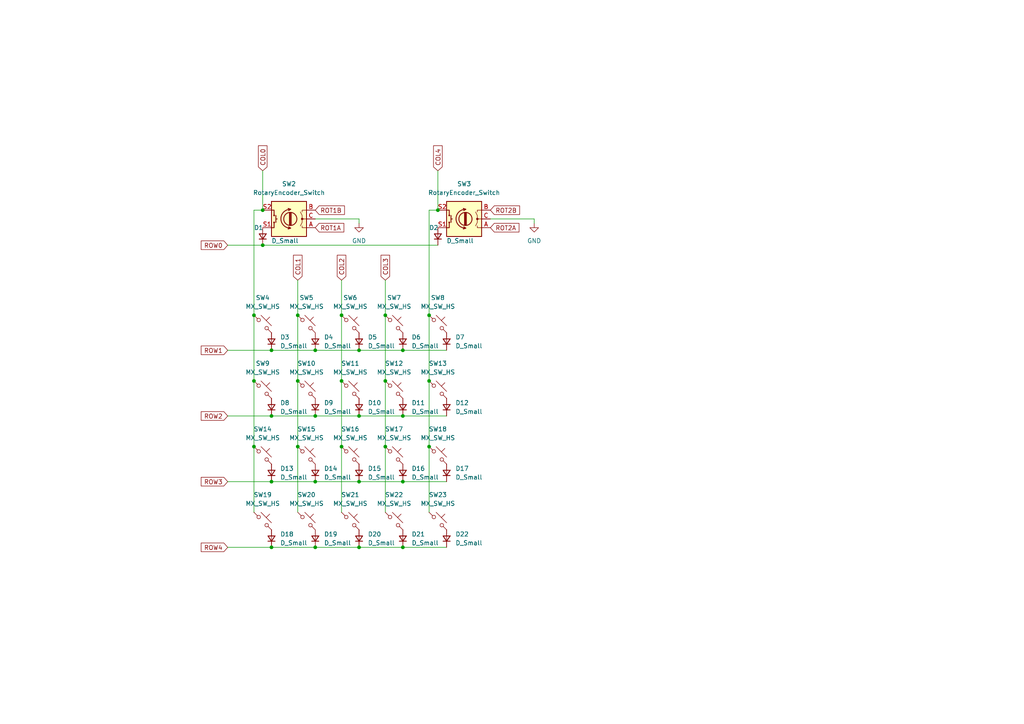
<source format=kicad_sch>
(kicad_sch (version 20211123) (generator eeschema)
  (paper "A4")
  (lib_symbols
    (symbol "Device:D_Small" (pin_numbers hide) (pin_names (offset 0.254) hide)
      (property "Reference" "D" (at -1.27 2.032 0))
      (property "Value" "D_Small" (at -3.81 -2.032 0))
      (symbol "D_Small_0_1"
        (polyline (pts (xy -0.762 -1.016) (xy -0.762 1.016)) (stroke (width 0.254)))
        (polyline (pts (xy -0.762 0) (xy 0.762 0)))
        (polyline (pts (xy 0.762 -1.016) (xy -0.762 0) (xy 0.762 1.016) (xy 0.762 -1.016)) (stroke (width 0.254)))
      )
      (symbol "D_Small_1_1"
        (pin passive line (at -2.54 0 0) (length 1.778) (name "K") (number "1"))
        (pin passive line (at 2.54 0 180) (length 1.778) (name "A") (number "2"))
      )
    )
    (symbol "Device:RotaryEncoder_Switch" (pin_names (offset 0.254) hide)
      (property "Reference" "SW" (at 0 6.604 0))
      (property "Value" "RotaryEncoder_Switch" (at 0 -6.604 0))
      (symbol "RotaryEncoder_Switch_0_1"
        (rectangle (start -5.08 5.08) (end 5.08 -5.08) (stroke (width 0.254)) (fill (type background)))
        (circle (center -3.81 0) (radius 0.254) (fill (type outline)))
        (arc (start -0.381 -2.794) (mid 2.3622 -0.0508) (end -0.381 2.667) (stroke (width 0.254)))
        (circle (center -0.381 0) (radius 1.905) (stroke (width 0.254)))
        (polyline (pts (xy -0.635 -1.778) (xy -0.635 1.778)) (stroke (width 0.254)))
        (polyline (pts (xy -0.381 -1.778) (xy -0.381 1.778)) (stroke (width 0.254)))
        (polyline (pts (xy -0.127 1.778) (xy -0.127 -1.778)) (stroke (width 0.254)))
        (polyline (pts (xy 3.81 0) (xy 3.429 0)) (stroke (width 0.254)))
        (polyline (pts (xy 3.81 1.016) (xy 3.81 -1.016)) (stroke (width 0.254)))
        (polyline (pts (xy -5.08 -2.54) (xy -3.81 -2.54) (xy -3.81 -2.032)))
        (polyline (pts (xy -5.08 2.54) (xy -3.81 2.54) (xy -3.81 2.032)))
        (polyline (pts (xy 0.254 -3.048) (xy -0.508 -2.794) (xy 0.127 -2.413)) (stroke (width 0.254)))
        (polyline (pts (xy 0.254 2.921) (xy -0.508 2.667) (xy 0.127 2.286)) (stroke (width 0.254)))
        (polyline (pts (xy 5.08 -2.54) (xy 4.318 -2.54) (xy 4.318 -1.016)) (stroke (width 0.254)))
        (polyline (pts (xy 5.08 2.54) (xy 4.318 2.54) (xy 4.318 1.016)) (stroke (width 0.254)))
        (polyline (pts (xy -5.08 0) (xy -3.81 0) (xy -3.81 -1.016) (xy -3.302 -2.032)))
        (polyline (pts (xy -4.318 0) (xy -3.81 0) (xy -3.81 1.016) (xy -3.302 2.032)))
        (circle (center 4.318 -1.016) (radius 0.127) (stroke (width 0.254)))
        (circle (center 4.318 1.016) (radius 0.127) (stroke (width 0.254)))
      )
      (symbol "RotaryEncoder_Switch_1_1"
        (pin passive line (at -7.62 2.54 0) (length 2.54) (name "A") (number "A"))
        (pin passive line (at -7.62 -2.54 0) (length 2.54) (name "B") (number "B"))
        (pin passive line (at -7.62 0 0) (length 2.54) (name "C") (number "C"))
        (pin passive line (at 7.62 2.54 180) (length 2.54) (name "S1") (number "S1"))
        (pin passive line (at 7.62 -2.54 180) (length 2.54) (name "S2") (number "S2"))
      )
    )
    (symbol "marbastlib-mx:MX_SW_HS" (pin_numbers hide) (pin_names (offset 1.016) hide)
      (property "Reference" "SW" (at 3.048 1.016 0))
      (property "Value" "MX_SW_HS" (at 0 -3.81 0))
      (symbol "MX_SW_HS_0_1"
        (circle (center -1.1684 1.1684) (radius 0.508))
        (polyline (pts (xy -0.508 2.54) (xy 2.54 -0.508)))
        (polyline (pts (xy 1.016 1.016) (xy 2.032 2.032)))
        (polyline (pts (xy -2.54 2.54) (xy -1.524 1.524) (xy -1.524 1.524)))
        (polyline (pts (xy 1.524 -1.524) (xy 2.54 -2.54) (xy 2.54 -2.54) (xy 2.54 -2.54)))
        (circle (center 1.143 -1.1938) (radius 0.508))
        (pin passive line (at -2.54 2.54 0) (length 0) (name "1") (number "1"))
        (pin passive line (at 2.54 -2.54 180) (length 0) (name "2") (number "2"))
      )
    )
    (symbol "power:GND" (power) (pin_names (offset 0))
      (property "Value" "GND" (at 0 -3.81 0))
      (symbol "GND_0_1"
        (polyline (pts (xy 0 0) (xy 0 -1.27) (xy 1.27 -1.27) (xy 0 -2.54) (xy -1.27 -1.27) (xy 0 -1.27)))
      )
      (symbol "GND_1_1"
        (pin power_in line (at 0 0 270) (length 0) hide (name "GND") (number "1"))
      )
    )
  )
  (junction (at 76.2 60.96))
  (junction (at 104.14 158.75))
  (junction (at 73.66 129.54))
  (junction (at 104.14 120.65))
  (junction (at 91.44 139.7))
  (junction (at 104.14 139.7))
  (junction (at 86.36 129.54))
  (junction (at 73.66 91.44))
  (junction (at 111.76 91.44))
  (junction (at 78.74 101.6))
  (junction (at 124.46 129.54))
  (junction (at 104.14 101.6))
  (junction (at 73.66 110.49))
  (junction (at 99.06 129.54))
  (junction (at 127 60.96))
  (junction (at 116.84 101.6))
  (junction (at 124.46 91.44))
  (junction (at 78.74 120.65))
  (junction (at 111.76 129.54))
  (junction (at 116.84 139.7))
  (junction (at 116.84 158.75))
  (junction (at 111.76 110.49))
  (junction (at 91.44 158.75))
  (junction (at 99.06 110.49))
  (junction (at 78.74 139.7))
  (junction (at 116.84 120.65))
  (junction (at 91.44 101.6))
  (junction (at 124.46 110.49))
  (junction (at 86.36 110.49))
  (junction (at 86.36 91.44))
  (junction (at 99.06 91.44))
  (junction (at 76.2 71.12))
  (junction (at 91.44 120.65))
  (junction (at 78.74 158.75))
  (wire (pts (xy 66.04 120.65) (xy 78.74 120.65)))
  (wire (pts (xy 142.24 63.5) (xy 154.94 63.5)))
  (wire (pts (xy 78.74 101.6) (xy 91.44 101.6)))
  (wire (pts (xy 124.46 110.49) (xy 124.46 129.54)))
  (wire (pts (xy 73.66 60.96) (xy 73.66 91.44)))
  (wire (pts (xy 91.44 63.5) (xy 104.14 63.5)))
  (wire (pts (xy 91.44 158.75) (xy 104.14 158.75)))
  (wire (pts (xy 104.14 63.5) (xy 104.14 64.77)))
  (wire (pts (xy 154.94 64.77) (xy 154.94 63.5)))
  (wire (pts (xy 76.2 60.96) (xy 73.66 60.96)))
  (wire (pts (xy 104.14 120.65) (xy 116.84 120.65)))
  (wire (pts (xy 73.66 91.44) (xy 73.66 110.49)))
  (wire (pts (xy 78.74 158.75) (xy 91.44 158.75)))
  (wire (pts (xy 78.74 139.7) (xy 91.44 139.7)))
  (wire (pts (xy 104.14 101.6) (xy 116.84 101.6)))
  (wire (pts (xy 73.66 110.49) (xy 73.66 129.54)))
  (wire (pts (xy 116.84 101.6) (xy 129.54 101.6)))
  (wire (pts (xy 104.14 158.75) (xy 116.84 158.75)))
  (wire (pts (xy 116.84 120.65) (xy 129.54 120.65)))
  (wire (pts (xy 124.46 91.44) (xy 124.46 110.49)))
  (wire (pts (xy 116.84 158.75) (xy 129.54 158.75)))
  (wire (pts (xy 66.04 158.75) (xy 78.74 158.75)))
  (wire (pts (xy 104.14 139.7) (xy 116.84 139.7)))
  (wire (pts (xy 76.2 71.12) (xy 127 71.12)))
  (wire (pts (xy 124.46 129.54) (xy 124.46 148.59)))
  (wire (pts (xy 99.06 129.54) (xy 99.06 148.59)))
  (wire (pts (xy 111.76 110.49) (xy 111.76 129.54)))
  (wire (pts (xy 86.36 110.49) (xy 86.36 129.54)))
  (wire (pts (xy 127 49.53) (xy 127 60.96)))
  (wire (pts (xy 73.66 129.54) (xy 73.66 148.59)))
  (wire (pts (xy 116.84 139.7) (xy 129.54 139.7)))
  (wire (pts (xy 99.06 110.49) (xy 99.06 129.54)))
  (wire (pts (xy 86.36 81.28) (xy 86.36 91.44)))
  (wire (pts (xy 127 60.96) (xy 124.46 60.96)))
  (wire (pts (xy 86.36 129.54) (xy 86.36 148.59)))
  (wire (pts (xy 66.04 71.12) (xy 76.2 71.12)))
  (wire (pts (xy 78.74 120.65) (xy 91.44 120.65)))
  (wire (pts (xy 91.44 139.7) (xy 104.14 139.7)))
  (wire (pts (xy 111.76 81.28) (xy 111.76 91.44)))
  (wire (pts (xy 91.44 101.6) (xy 104.14 101.6)))
  (wire (pts (xy 99.06 81.28) (xy 99.06 91.44)))
  (wire (pts (xy 91.44 120.65) (xy 104.14 120.65)))
  (wire (pts (xy 124.46 60.96) (xy 124.46 91.44)))
  (wire (pts (xy 66.04 139.7) (xy 78.74 139.7)))
  (wire (pts (xy 99.06 91.44) (xy 99.06 110.49)))
  (wire (pts (xy 76.2 49.53) (xy 76.2 60.96)))
  (wire (pts (xy 86.36 91.44) (xy 86.36 110.49)))
  (wire (pts (xy 111.76 129.54) (xy 111.76 148.59)))
  (wire (pts (xy 111.76 91.44) (xy 111.76 110.49)))
  (wire (pts (xy 66.04 101.6) (xy 78.74 101.6)))
  (global_label "ROW0" (shape input) (at 66.04 71.12 180) (property "Intersheet References" "${INTERSHEET_REFS}" (effects hide)))
  (global_label "ROT2B" (shape input) (at 142.24 60.96 0) (property "Intersheet References" "${INTERSHEET_REFS}" (effects hide)))
  (global_label "COL1" (shape input) (at 86.36 81.28 90) (property "Intersheet References" "${INTERSHEET_REFS}" (effects hide)))
  (global_label "COL2" (shape input) (at 99.06 81.28 90) (property "Intersheet References" "${INTERSHEET_REFS}" (effects hide)))
  (global_label "ROW3" (shape input) (at 66.04 139.7 180) (property "Intersheet References" "${INTERSHEET_REFS}" (effects hide)))
  (global_label "ROW4" (shape input) (at 66.04 158.75 180) (property "Intersheet References" "${INTERSHEET_REFS}" (effects hide)))
  (global_label "COL0" (shape input) (at 76.2 49.53 90) (property "Intersheet References" "${INTERSHEET_REFS}" (effects hide)))
  (global_label "ROW2" (shape input) (at 66.04 120.65 180) (property "Intersheet References" "${INTERSHEET_REFS}" (effects hide)))
  (global_label "COL3" (shape input) (at 111.76 81.28 90) (property "Intersheet References" "${INTERSHEET_REFS}" (effects hide)))
  (global_label "COL4" (shape input) (at 127 49.53 90) (property "Intersheet References" "${INTERSHEET_REFS}" (effects hide)))
  (global_label "ROT2A" (shape input) (at 142.24 66.04 0) (property "Intersheet References" "${INTERSHEET_REFS}" (effects hide)))
  (global_label "ROW1" (shape input) (at 66.04 101.6 180) (property "Intersheet References" "${INTERSHEET_REFS}" (effects hide)))
  (global_label "ROT1B" (shape input) (at 91.44 60.96 0) (property "Intersheet References" "${INTERSHEET_REFS}" (effects hide)))
  (global_label "ROT1A" (shape input) (at 91.44 66.04 0) (property "Intersheet References" "${INTERSHEET_REFS}" (effects hide)))
  (symbol (lib_id "marbastlib-mx:MX_SW_HS") (at 114.3 113.03 0) (unit 1)
    (property "Reference" "SW12" (at 114.3 105.41 0))
    (property "Value" "MX_SW_HS" (at 114.3 107.95 0))
    (property "Footprint" "masterlib-mx:SW_MX_HS_1u" (effects hide))
  )
  (symbol (lib_id "marbastlib-mx:MX_SW_HS") (at 127 113.03 0) (unit 1)
    (property "Reference" "SW13" (at 127 105.41 0))
    (property "Value" "MX_SW_HS" (at 127 107.95 0))
    (property "Footprint" "masterlib-mx:SW_MX_HS_1u" (effects hide))
  )
  (symbol (lib_id "marbastlib-mx:MX_SW_HS") (at 127 151.13 0) (unit 1)
    (property "Reference" "SW23" (at 127 143.51 0))
    (property "Value" "MX_SW_HS" (at 127 146.05 0))
    (property "Footprint" "masterlib-mx:SW_MX_HS_1u" (effects hide))
  )
  (symbol (lib_id "Device:D_Small") (at 129.54 118.11 90) (unit 1)
    (property "Reference" "D12" (at 132.08 116.8399 90) (effects (justify right)))
    (property "Value" "D_Small" (at 132.08 119.3799 90) (effects (justify right)))
    (property "Footprint" "Diode_SMD:D_SOD-123" (effects hide))
    (property "LCSC" "C81598" (effects hide))
  )
  (symbol (lib_id "marbastlib-mx:MX_SW_HS") (at 76.2 132.08 0) (unit 1)
    (property "Reference" "SW14" (at 76.2 124.46 0))
    (property "Value" "MX_SW_HS" (at 76.2 127 0))
    (property "Footprint" "masterlib-mx:SW_MX_HS_1u" (effects hide))
  )
  (symbol (lib_id "Device:D_Small") (at 116.84 118.11 90) (unit 1)
    (property "Reference" "D11" (at 119.38 116.8399 90) (effects (justify right)))
    (property "Value" "D_Small" (at 119.38 119.3799 90) (effects (justify right)))
    (property "Footprint" "Diode_SMD:D_SOD-123" (effects hide))
    (property "LCSC" "C81598" (effects hide))
  )
  (symbol (lib_id "Device:D_Small") (at 78.74 156.21 90) (unit 1)
    (property "Reference" "D18" (at 81.28 154.9399 90) (effects (justify right)))
    (property "Value" "D_Small" (at 81.28 157.4799 90) (effects (justify right)))
    (property "Footprint" "Diode_SMD:D_SOD-123" (effects hide))
    (property "LCSC" "C81598" (effects hide))
  )
  (symbol (lib_id "Device:D_Small") (at 104.14 118.11 90) (unit 1)
    (property "Reference" "D10" (at 106.68 116.8399 90) (effects (justify right)))
    (property "Value" "D_Small" (at 106.68 119.3799 90) (effects (justify right)))
    (property "Footprint" "Diode_SMD:D_SOD-123" (effects hide))
    (property "LCSC" "C81598" (effects hide))
  )
  (symbol (lib_id "marbastlib-mx:MX_SW_HS") (at 101.6 132.08 0) (unit 1)
    (property "Reference" "SW16" (at 101.6 124.46 0))
    (property "Value" "MX_SW_HS" (at 101.6 127 0))
    (property "Footprint" "masterlib-mx:SW_MX_HS_1u" (effects hide))
  )
  (symbol (lib_id "marbastlib-mx:MX_SW_HS") (at 114.3 93.98 0) (unit 1)
    (property "Reference" "SW7" (at 114.3 86.36 0))
    (property "Value" "MX_SW_HS" (at 114.3 88.9 0))
    (property "Footprint" "masterlib-mx:SW_MX_HS_1u" (effects hide))
  )
  (symbol (lib_id "Device:D_Small") (at 129.54 99.06 90) (unit 1)
    (property "Reference" "D7" (at 132.08 97.7899 90) (effects (justify right)))
    (property "Value" "D_Small" (at 132.08 100.3299 90) (effects (justify right)))
    (property "Footprint" "Diode_SMD:D_SOD-123" (effects hide))
    (property "LCSC" "C81598" (effects hide))
  )
  (symbol (lib_id "marbastlib-mx:MX_SW_HS") (at 76.2 151.13 0) (unit 1)
    (property "Reference" "SW19" (at 76.2 143.51 0))
    (property "Value" "MX_SW_HS" (at 76.2 146.05 0))
    (property "Footprint" "masterlib-mx:SW_MX_HS_1u" (effects hide))
  )
  (symbol (lib_id "marbastlib-mx:MX_SW_HS") (at 88.9 132.08 0) (unit 1)
    (property "Reference" "SW15" (at 88.9 124.46 0))
    (property "Value" "MX_SW_HS" (at 88.9 127 0))
    (property "Footprint" "masterlib-mx:SW_MX_HS_1u" (effects hide))
  )
  (symbol (lib_id "Device:D_Small") (at 116.84 156.21 90) (unit 1)
    (property "Reference" "D21" (at 119.38 154.9399 90) (effects (justify right)))
    (property "Value" "D_Small" (at 119.38 157.4799 90) (effects (justify right)))
    (property "Footprint" "Diode_SMD:D_SOD-123" (effects hide))
    (property "LCSC" "C81598" (effects hide))
  )
  (symbol (lib_id "Device:D_Small") (at 91.44 156.21 90) (unit 1)
    (property "Reference" "D19" (at 93.98 154.9399 90) (effects (justify right)))
    (property "Value" "D_Small" (at 93.98 157.4799 90) (effects (justify right)))
    (property "Footprint" "Diode_SMD:D_SOD-123" (effects hide))
    (property "LCSC" "C81598" (effects hide))
  )
  (symbol (lib_id "Device:D_Small") (at 116.84 137.16 90) (unit 1)
    (property "Reference" "D16" (at 119.38 135.8899 90) (effects (justify right)))
    (property "Value" "D_Small" (at 119.38 138.4299 90) (effects (justify right)))
    (property "Footprint" "Diode_SMD:D_SOD-123" (effects hide))
    (property "LCSC" "C81598" (effects hide))
  )
  (symbol (lib_id "Device:D_Small") (at 127 68.58 90) (unit 1)
    (property "Reference" "D2" (at 124.46 66.04 90) (effects (justify right)))
    (property "Value" "D_Small" (at 129.54 69.8499 90) (effects (justify right)))
    (property "Footprint" "Diode_SMD:D_SOD-123" (effects hide))
    (property "LCSC" "C81598" (effects hide))
  )
  (symbol (lib_id "marbastlib-mx:MX_SW_HS") (at 76.2 113.03 0) (unit 1)
    (property "Reference" "SW9" (at 76.2 105.41 0))
    (property "Value" "MX_SW_HS" (at 76.2 107.95 0))
    (property "Footprint" "masterlib-mx:SW_MX_HS_1u" (effects hide))
  )
  (symbol (lib_id "power:GND") (at 104.14 64.77 0) (unit 1)
    (property "Reference" "#PWR0132" (effects hide))
    (property "Value" "GND" (at 104.14 69.85 0))
  )
  (symbol (lib_id "marbastlib-mx:MX_SW_HS") (at 127 132.08 0) (unit 1)
    (property "Reference" "SW18" (at 127 124.46 0))
    (property "Value" "MX_SW_HS" (at 127 127 0))
    (property "Footprint" "masterlib-mx:SW_MX_HS_1u" (effects hide))
  )
  (symbol (lib_id "Device:D_Small") (at 76.2 68.58 90) (unit 1)
    (property "Reference" "D1" (at 73.66 66.04 90) (effects (justify right)))
    (property "Value" "D_Small" (at 78.74 69.8499 90) (effects (justify right)))
    (property "Footprint" "Diode_SMD:D_SOD-123" (effects hide))
    (property "LCSC" "C81598" (effects hide))
  )
  (symbol (lib_id "Device:D_Small") (at 78.74 137.16 90) (unit 1)
    (property "Reference" "D13" (at 81.28 135.8899 90) (effects (justify right)))
    (property "Value" "D_Small" (at 81.28 138.4299 90) (effects (justify right)))
    (property "Footprint" "Diode_SMD:D_SOD-123" (effects hide))
    (property "LCSC" "C81598" (effects hide))
  )
  (symbol (lib_id "Device:D_Small") (at 129.54 156.21 90) (unit 1)
    (property "Reference" "D22" (at 132.08 154.9399 90) (effects (justify right)))
    (property "Value" "D_Small" (at 132.08 157.4799 90) (effects (justify right)))
    (property "Footprint" "Diode_SMD:D_SOD-123" (effects hide))
    (property "LCSC" "C81598" (effects hide))
  )
  (symbol (lib_id "marbastlib-mx:MX_SW_HS") (at 114.3 151.13 0) (unit 1)
    (property "Reference" "SW22" (at 114.3 143.51 0))
    (property "Value" "MX_SW_HS" (at 114.3 146.05 0))
    (property "Footprint" "masterlib-mx:SW_MX_HS_1u" (effects hide))
  )
  (symbol (lib_id "marbastlib-mx:MX_SW_HS") (at 127 93.98 0) (unit 1)
    (property "Reference" "SW8" (at 127 86.36 0))
    (property "Value" "MX_SW_HS" (at 127 88.9 0))
    (property "Footprint" "masterlib-mx:SW_MX_HS_1u" (effects hide))
  )
  (symbol (lib_id "Device:D_Small") (at 91.44 99.06 90) (unit 1)
    (property "Reference" "D4" (at 93.98 97.7899 90) (effects (justify right)))
    (property "Value" "D_Small" (at 93.98 100.3299 90) (effects (justify right)))
    (property "Footprint" "Diode_SMD:D_SOD-123" (effects hide))
    (property "LCSC" "C81598" (effects hide))
  )
  (symbol (lib_id "power:GND") (at 154.94 64.77 0) (unit 1)
    (property "Reference" "#PWR0133" (effects hide))
    (property "Value" "GND" (at 154.94 69.85 0))
  )
  (symbol (lib_id "Device:RotaryEncoder_Switch") (at 83.82 63.5 180) (unit 1)
    (property "Reference" "SW2" (at 83.82 53.34 0))
    (property "Value" "RotaryEncoder_Switch" (at 83.82 55.88 0))
    (property "Footprint" "masterlib-various:ROT_Alps_EC11E-Switch" (effects hide))
  )
  (symbol (lib_id "marbastlib-mx:MX_SW_HS") (at 76.2 93.98 0) (unit 1)
    (property "Reference" "SW4" (at 76.2 86.36 0))
    (property "Value" "MX_SW_HS" (at 76.2 88.9 0))
    (property "Footprint" "masterlib-mx:SW_MX_HS_1u" (effects hide))
  )
  (symbol (lib_id "Device:D_Small") (at 116.84 99.06 90) (unit 1)
    (property "Reference" "D6" (at 119.38 97.7899 90) (effects (justify right)))
    (property "Value" "D_Small" (at 119.38 100.3299 90) (effects (justify right)))
    (property "Footprint" "Diode_SMD:D_SOD-123" (effects hide))
    (property "LCSC" "C81598" (effects hide))
  )
  (symbol (lib_id "Device:D_Small") (at 91.44 137.16 90) (unit 1)
    (property "Reference" "D14" (at 93.98 135.8899 90) (effects (justify right)))
    (property "Value" "D_Small" (at 93.98 138.4299 90) (effects (justify right)))
    (property "Footprint" "Diode_SMD:D_SOD-123" (effects hide))
    (property "LCSC" "C81598" (effects hide))
  )
  (symbol (lib_id "marbastlib-mx:MX_SW_HS") (at 114.3 132.08 0) (unit 1)
    (property "Reference" "SW17" (at 114.3 124.46 0))
    (property "Value" "MX_SW_HS" (at 114.3 127 0))
    (property "Footprint" "masterlib-mx:SW_MX_HS_1u" (effects hide))
  )
  (symbol (lib_id "Device:RotaryEncoder_Switch") (at 134.62 63.5 180) (unit 1)
    (property "Reference" "SW3" (at 134.62 53.34 0))
    (property "Value" "RotaryEncoder_Switch" (at 134.62 55.88 0))
    (property "Footprint" "masterlib-various:ROT_Alps_EC11E-Switch" (effects hide))
  )
  (symbol (lib_id "marbastlib-mx:MX_SW_HS") (at 88.9 113.03 0) (unit 1)
    (property "Reference" "SW10" (at 88.9 105.41 0))
    (property "Value" "MX_SW_HS" (at 88.9 107.95 0))
    (property "Footprint" "masterlib-mx:SW_MX_HS_1u" (effects hide))
  )
  (symbol (lib_id "Device:D_Small") (at 78.74 99.06 90) (unit 1)
    (property "Reference" "D3" (at 81.28 97.7899 90) (effects (justify right)))
    (property "Value" "D_Small" (at 81.28 100.3299 90) (effects (justify right)))
    (property "Footprint" "Diode_SMD:D_SOD-123" (effects hide))
    (property "LCSC" "C81598" (effects hide))
  )
  (symbol (lib_id "Device:D_Small") (at 78.74 118.11 90) (unit 1)
    (property "Reference" "D8" (at 81.28 116.8399 90) (effects (justify right)))
    (property "Value" "D_Small" (at 81.28 119.3799 90) (effects (justify right)))
    (property "Footprint" "Diode_SMD:D_SOD-123" (effects hide))
    (property "LCSC" "C81598" (effects hide))
  )
  (symbol (lib_id "Device:D_Small") (at 104.14 137.16 90) (unit 1)
    (property "Reference" "D15" (at 106.68 135.8899 90) (effects (justify right)))
    (property "Value" "D_Small" (at 106.68 138.4299 90) (effects (justify right)))
    (property "Footprint" "Diode_SMD:D_SOD-123" (effects hide))
    (property "LCSC" "C81598" (effects hide))
  )
  (symbol (lib_id "Device:D_Small") (at 129.54 137.16 90) (unit 1)
    (property "Reference" "D17" (at 132.08 135.8899 90) (effects (justify right)))
    (property "Value" "D_Small" (at 132.08 138.4299 90) (effects (justify right)))
    (property "Footprint" "Diode_SMD:D_SOD-123" (effects hide))
    (property "LCSC" "C81598" (effects hide))
  )
  (symbol (lib_id "marbastlib-mx:MX_SW_HS") (at 101.6 151.13 0) (unit 1)
    (property "Reference" "SW21" (at 101.6 143.51 0))
    (property "Value" "MX_SW_HS" (at 101.6 146.05 0))
    (property "Footprint" "masterlib-mx:SW_MX_HS_1u" (effects hide))
  )
  (symbol (lib_id "marbastlib-mx:MX_SW_HS") (at 88.9 151.13 0) (unit 1)
    (property "Reference" "SW20" (at 88.9 143.51 0))
    (property "Value" "MX_SW_HS" (at 88.9 146.05 0))
    (property "Footprint" "masterlib-mx:SW_MX_HS_1u" (effects hide))
  )
  (symbol (lib_id "Device:D_Small") (at 91.44 118.11 90) (unit 1)
    (property "Reference" "D9" (at 93.98 116.8399 90) (effects (justify right)))
    (property "Value" "D_Small" (at 93.98 119.3799 90) (effects (justify right)))
    (property "Footprint" "Diode_SMD:D_SOD-123" (effects hide))
    (property "LCSC" "C81598" (effects hide))
  )
  (symbol (lib_id "Device:D_Small") (at 104.14 99.06 90) (unit 1)
    (property "Reference" "D5" (at 106.68 97.7899 90) (effects (justify right)))
    (property "Value" "D_Small" (at 106.68 100.3299 90) (effects (justify right)))
    (property "Footprint" "Diode_SMD:D_SOD-123" (effects hide))
    (property "LCSC" "C81598" (effects hide))
  )
  (symbol (lib_id "marbastlib-mx:MX_SW_HS") (at 101.6 113.03 0) (unit 1)
    (property "Reference" "SW11" (at 101.6 105.41 0))
    (property "Value" "MX_SW_HS" (at 101.6 107.95 0))
    (property "Footprint" "masterlib-mx:SW_MX_HS_1u" (effects hide))
  )
  (symbol (lib_id "marbastlib-mx:MX_SW_HS") (at 101.6 93.98 0) (unit 1)
    (property "Reference" "SW6" (at 101.6 86.36 0))
    (property "Value" "MX_SW_HS" (at 101.6 88.9 0))
    (property "Footprint" "masterlib-mx:SW_MX_HS_1u" (effects hide))
  )
  (symbol (lib_id "Device:D_Small") (at 104.14 156.21 90) (unit 1)
    (property "Reference" "D20" (at 106.68 154.9399 90) (effects (justify right)))
    (property "Value" "D_Small" (at 106.68 157.4799 90) (effects (justify right)))
    (property "Footprint" "Diode_SMD:D_SOD-123" (effects hide))
    (property "LCSC" "C81598" (effects hide))
  )
  (symbol (lib_id "marbastlib-mx:MX_SW_HS") (at 88.9 93.98 0) (unit 1)
    (property "Reference" "SW5" (at 88.9 86.36 0))
    (property "Value" "MX_SW_HS" (at 88.9 88.9 0))
    (property "Footprint" "masterlib-mx:SW_MX_HS_1u" (effects hide))
  )
)
</source>
